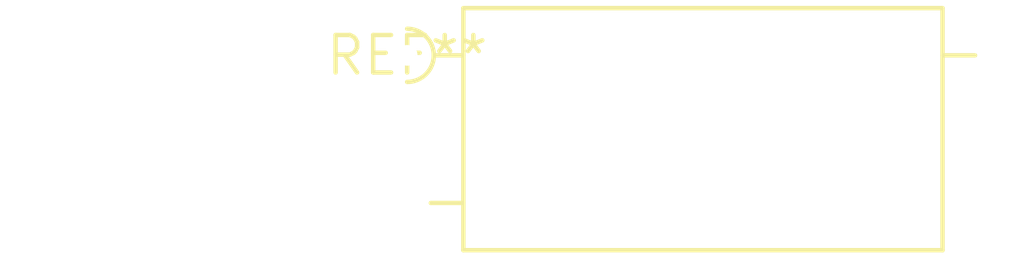
<source format=kicad_pcb>
(kicad_pcb (version 20240108) (generator pcbnew)
  (layers (0 "F.Cu" signal) (31 "B.Cu" signal) (34 "B.Paste" user) (35 "F.Paste" user) (36 "B.SilkS" user "B.Silkscreen") (37 "F.SilkS" user "F.Silkscreen") (38 "B.Mask" user) (39 "F.Mask" user) (44 "Edge.Cuts" user))
  (net 0 "")
  (footprint "Autotransformer_ZS1052-AC" (layer "F.Cu") (at 0 0)
    (property "Reference" "REF**")
    (property "Value" "Autotransformer_ZS1052-AC")
    (fp_line (start 0.8 5) (end 1.9 5) (layer "F.SilkS") (stroke (width 0.15)))
    (fp_line (start 0.9 0) (end 1.9 0) (layer "F.SilkS") (stroke (width 0.15)))
    (fp_line (start 1.9 -1.6) (end 1.9 6.6) (layer "F.SilkS") (stroke (width 0.15)))
    (fp_line (start 1.9 6.6) (end 18.1 6.6) (layer "F.SilkS") (stroke (width 0.15)))
    (fp_line (start 18.1 -1.6) (end 1.9 -1.6) (layer "F.SilkS") (stroke (width 0.15)))
    (fp_line (start 18.1 6.6) (end 18.1 -1.6) (layer "F.SilkS") (stroke (width 0.15)))
    (fp_line (start 19.2 0) (end 18.1 0) (layer "F.SilkS") (stroke (width 0.15)))
    (fp_arc (start 0 -0.9) (mid 0.9 0) (end 0 0.9) (layer "F.SilkS") (stroke (width 0.15)))
    (pad "1" thru_hole circle (at 0 0 270) (size 1.2 1.2) (drill 0.7) (layers *.Cu *.Mask) (remove_unused_layers))
    (pad "2" thru_hole circle (at 20 0 270) (size 1.2 1.2) (drill 0.7) (layers *.Cu *.Mask) (remove_unused_layers))
    (pad "3" thru_hole circle (at 0 5 270) (size 1.2 1.2) (drill 0.7) (layers *.Cu *.Mask) (remove_unused_layers))
  )
)
</source>
